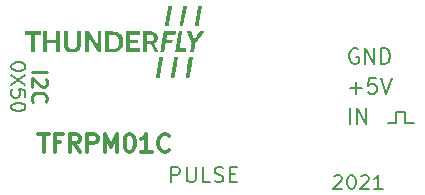
<source format=gbr>
G04 #@! TF.GenerationSoftware,KiCad,Pcbnew,(5.99.0-9154-g0d2ee266a1)*
G04 #@! TF.CreationDate,2021-02-19T12:57:40+01:00*
G04 #@! TF.ProjectId,TFRPM01C,54465250-4d30-4314-932e-6b696361645f,REV*
G04 #@! TF.SameCoordinates,PX78dfd90PY8290510*
G04 #@! TF.FileFunction,Legend,Top*
G04 #@! TF.FilePolarity,Positive*
%FSLAX46Y46*%
G04 Gerber Fmt 4.6, Leading zero omitted, Abs format (unit mm)*
G04 Created by KiCad (PCBNEW (5.99.0-9154-g0d2ee266a1)) date 2021-02-19 12:57:40*
%MOMM*%
%LPD*%
G01*
G04 APERTURE LIST*
%ADD10C,0.150000*%
%ADD11C,0.200000*%
%ADD12C,0.300000*%
%ADD13C,0.250000*%
G04 APERTURE END LIST*
D10*
X17526000Y1524000D02*
X17526000Y2413000D01*
X18288000Y2413000D02*
X18288000Y1524000D01*
X16891000Y1524000D02*
X17526000Y1524000D01*
X18288000Y1524000D02*
X19050000Y1524000D01*
X17526000Y2413000D02*
X18288000Y2413000D01*
D11*
X13647523Y4479143D02*
X14638000Y4479143D01*
X14142761Y3983905D02*
X14142761Y4974381D01*
X15876095Y5283905D02*
X15257047Y5283905D01*
X15195142Y4664858D01*
X15257047Y4726762D01*
X15380857Y4788667D01*
X15690380Y4788667D01*
X15814190Y4726762D01*
X15876095Y4664858D01*
X15938000Y4541048D01*
X15938000Y4231524D01*
X15876095Y4107715D01*
X15814190Y4045810D01*
X15690380Y3983905D01*
X15380857Y3983905D01*
X15257047Y4045810D01*
X15195142Y4107715D01*
X16309428Y5283905D02*
X16742761Y3983905D01*
X17176095Y5283905D01*
D12*
X-12719143Y567429D02*
X-11862000Y567429D01*
X-12290572Y-932571D02*
X-12290572Y567429D01*
X-10862000Y-146857D02*
X-11362000Y-146857D01*
X-11362000Y-932571D02*
X-11362000Y567429D01*
X-10647715Y567429D01*
X-9219143Y-932571D02*
X-9719143Y-218285D01*
X-10076286Y-932571D02*
X-10076286Y567429D01*
X-9504858Y567429D01*
X-9362000Y496000D01*
X-9290572Y424572D01*
X-9219143Y281715D01*
X-9219143Y67429D01*
X-9290572Y-75428D01*
X-9362000Y-146857D01*
X-9504858Y-218285D01*
X-10076286Y-218285D01*
X-8576286Y-932571D02*
X-8576286Y567429D01*
X-8004858Y567429D01*
X-7862000Y496000D01*
X-7790572Y424572D01*
X-7719143Y281715D01*
X-7719143Y67429D01*
X-7790572Y-75428D01*
X-7862000Y-146857D01*
X-8004858Y-218285D01*
X-8576286Y-218285D01*
X-7076286Y-932571D02*
X-7076286Y567429D01*
X-6576286Y-504000D01*
X-6076286Y567429D01*
X-6076286Y-932571D01*
X-5076286Y567429D02*
X-4933429Y567429D01*
X-4790572Y496000D01*
X-4719143Y424572D01*
X-4647715Y281715D01*
X-4576286Y-4000D01*
X-4576286Y-361142D01*
X-4647715Y-646857D01*
X-4719143Y-789714D01*
X-4790572Y-861142D01*
X-4933429Y-932571D01*
X-5076286Y-932571D01*
X-5219143Y-861142D01*
X-5290572Y-789714D01*
X-5362000Y-646857D01*
X-5433429Y-361142D01*
X-5433429Y-4000D01*
X-5362000Y281715D01*
X-5290572Y424572D01*
X-5219143Y496000D01*
X-5076286Y567429D01*
X-3147715Y-932571D02*
X-4004858Y-932571D01*
X-3576286Y-932571D02*
X-3576286Y567429D01*
X-3719143Y353143D01*
X-3862000Y210286D01*
X-4004858Y138858D01*
X-1647715Y-789714D02*
X-1719143Y-861142D01*
X-1933429Y-932571D01*
X-2076286Y-932571D01*
X-2290572Y-861142D01*
X-2433429Y-718285D01*
X-2504858Y-575428D01*
X-2576286Y-289714D01*
X-2576286Y-75428D01*
X-2504858Y210286D01*
X-2433429Y353143D01*
X-2290572Y496000D01*
X-2076286Y567429D01*
X-1933429Y567429D01*
X-1719143Y496000D01*
X-1647715Y424572D01*
D11*
X14328476Y7762000D02*
X14204666Y7823905D01*
X14018952Y7823905D01*
X13833238Y7762000D01*
X13709428Y7638191D01*
X13647523Y7514381D01*
X13585619Y7266762D01*
X13585619Y7081048D01*
X13647523Y6833429D01*
X13709428Y6709620D01*
X13833238Y6585810D01*
X14018952Y6523905D01*
X14142761Y6523905D01*
X14328476Y6585810D01*
X14390380Y6647715D01*
X14390380Y7081048D01*
X14142761Y7081048D01*
X14947523Y6523905D02*
X14947523Y7823905D01*
X15690380Y6523905D01*
X15690380Y7823905D01*
X16309428Y6523905D02*
X16309428Y7823905D01*
X16618952Y7823905D01*
X16804666Y7762000D01*
X16928476Y7638191D01*
X16990380Y7514381D01*
X17052285Y7266762D01*
X17052285Y7081048D01*
X16990380Y6833429D01*
X16928476Y6709620D01*
X16804666Y6585810D01*
X16618952Y6523905D01*
X16309428Y6523905D01*
X12293857Y-3013142D02*
X12351000Y-2956000D01*
X12465285Y-2898857D01*
X12751000Y-2898857D01*
X12865285Y-2956000D01*
X12922428Y-3013142D01*
X12979571Y-3127428D01*
X12979571Y-3241714D01*
X12922428Y-3413142D01*
X12236714Y-4098857D01*
X12979571Y-4098857D01*
X13722428Y-2898857D02*
X13836714Y-2898857D01*
X13951000Y-2956000D01*
X14008142Y-3013142D01*
X14065285Y-3127428D01*
X14122428Y-3356000D01*
X14122428Y-3641714D01*
X14065285Y-3870285D01*
X14008142Y-3984571D01*
X13951000Y-4041714D01*
X13836714Y-4098857D01*
X13722428Y-4098857D01*
X13608142Y-4041714D01*
X13551000Y-3984571D01*
X13493857Y-3870285D01*
X13436714Y-3641714D01*
X13436714Y-3356000D01*
X13493857Y-3127428D01*
X13551000Y-3013142D01*
X13608142Y-2956000D01*
X13722428Y-2898857D01*
X14579571Y-3013142D02*
X14636714Y-2956000D01*
X14751000Y-2898857D01*
X15036714Y-2898857D01*
X15151000Y-2956000D01*
X15208142Y-3013142D01*
X15265285Y-3127428D01*
X15265285Y-3241714D01*
X15208142Y-3413142D01*
X14522428Y-4098857D01*
X15265285Y-4098857D01*
X16408142Y-4098857D02*
X15722428Y-4098857D01*
X16065285Y-4098857D02*
X16065285Y-2898857D01*
X15951000Y-3070285D01*
X15836714Y-3184571D01*
X15722428Y-3241714D01*
X13647523Y1443905D02*
X13647523Y2743905D01*
X14266571Y1443905D02*
X14266571Y2743905D01*
X15009428Y1443905D01*
X15009428Y2743905D01*
D13*
X-13288096Y5792239D02*
X-11988096Y5792239D01*
X-12111905Y5256524D02*
X-12050000Y5197000D01*
X-11988096Y5077953D01*
X-11988096Y4780334D01*
X-12050000Y4661286D01*
X-12111905Y4601762D01*
X-12235715Y4542239D01*
X-12359524Y4542239D01*
X-12545239Y4601762D01*
X-13288096Y5316048D01*
X-13288096Y4542239D01*
X-13164286Y3292239D02*
X-13226191Y3351762D01*
X-13288096Y3530334D01*
X-13288096Y3649381D01*
X-13226191Y3827953D01*
X-13102381Y3947000D01*
X-12978572Y4006524D01*
X-12730953Y4066048D01*
X-12545239Y4066048D01*
X-12297620Y4006524D01*
X-12173810Y3947000D01*
X-12050000Y3827953D01*
X-11988096Y3649381D01*
X-11988096Y3530334D01*
X-12050000Y3351762D01*
X-12111905Y3292239D01*
D11*
X-1465477Y-3509095D02*
X-1465477Y-2209095D01*
X-970239Y-2209095D01*
X-846429Y-2271000D01*
X-784524Y-2332904D01*
X-722620Y-2456714D01*
X-722620Y-2642428D01*
X-784524Y-2766238D01*
X-846429Y-2828142D01*
X-970239Y-2890047D01*
X-1465477Y-2890047D01*
X-165477Y-2209095D02*
X-165477Y-3261476D01*
X-103572Y-3385285D01*
X-41667Y-3447190D01*
X82142Y-3509095D01*
X329761Y-3509095D01*
X453571Y-3447190D01*
X515476Y-3385285D01*
X577380Y-3261476D01*
X577380Y-2209095D01*
X1815476Y-3509095D02*
X1196428Y-3509095D01*
X1196428Y-2209095D01*
X2186904Y-3447190D02*
X2372619Y-3509095D01*
X2682142Y-3509095D01*
X2805952Y-3447190D01*
X2867857Y-3385285D01*
X2929761Y-3261476D01*
X2929761Y-3137666D01*
X2867857Y-3013857D01*
X2805952Y-2951952D01*
X2682142Y-2890047D01*
X2434523Y-2828142D01*
X2310714Y-2766238D01*
X2248809Y-2704333D01*
X2186904Y-2580523D01*
X2186904Y-2456714D01*
X2248809Y-2332904D01*
X2310714Y-2271000D01*
X2434523Y-2209095D01*
X2744047Y-2209095D01*
X2929761Y-2271000D01*
X3486904Y-2828142D02*
X3920238Y-2828142D01*
X4105952Y-3509095D02*
X3486904Y-3509095D01*
X3486904Y-2209095D01*
X4105952Y-2209095D01*
X-13820858Y6343429D02*
X-13820858Y6229143D01*
X-13878000Y6114858D01*
X-13935143Y6057715D01*
X-14049429Y6000572D01*
X-14278000Y5943429D01*
X-14563715Y5943429D01*
X-14792286Y6000572D01*
X-14906572Y6057715D01*
X-14963715Y6114858D01*
X-15020858Y6229143D01*
X-15020858Y6343429D01*
X-14963715Y6457715D01*
X-14906572Y6514858D01*
X-14792286Y6572000D01*
X-14563715Y6629143D01*
X-14278000Y6629143D01*
X-14049429Y6572000D01*
X-13935143Y6514858D01*
X-13878000Y6457715D01*
X-13820858Y6343429D01*
X-13820858Y5543429D02*
X-15020858Y4743429D01*
X-13820858Y4743429D02*
X-15020858Y5543429D01*
X-13820858Y3714858D02*
X-13820858Y4286286D01*
X-14392286Y4343429D01*
X-14335143Y4286286D01*
X-14278000Y4172000D01*
X-14278000Y3886286D01*
X-14335143Y3772000D01*
X-14392286Y3714858D01*
X-14506572Y3657715D01*
X-14792286Y3657715D01*
X-14906572Y3714858D01*
X-14963715Y3772000D01*
X-15020858Y3886286D01*
X-15020858Y4172000D01*
X-14963715Y4286286D01*
X-14906572Y4343429D01*
X-13820858Y2914858D02*
X-13820858Y2800572D01*
X-13878000Y2686286D01*
X-13935143Y2629143D01*
X-14049429Y2572000D01*
X-14278000Y2514858D01*
X-14563715Y2514858D01*
X-14792286Y2572000D01*
X-14906572Y2629143D01*
X-14963715Y2686286D01*
X-15020858Y2800572D01*
X-15020858Y2914858D01*
X-14963715Y3029143D01*
X-14906572Y3086286D01*
X-14792286Y3143429D01*
X-14563715Y3200572D01*
X-14278000Y3200572D01*
X-14049429Y3143429D01*
X-13935143Y3086286D01*
X-13878000Y3029143D01*
X-13820858Y2914858D01*
G04 #@! TO.C,G\u002A\u002A\u002A*
G36*
X1017847Y11436340D02*
G01*
X1065530Y11435511D01*
X1100481Y11434269D01*
X1118795Y11432725D01*
X1120588Y11432036D01*
X1118720Y11420257D01*
X1113351Y11388695D01*
X1104836Y11339361D01*
X1093529Y11274268D01*
X1079784Y11195430D01*
X1063955Y11104858D01*
X1046396Y11004566D01*
X1027461Y10896567D01*
X1007504Y10782873D01*
X986880Y10665497D01*
X965943Y10546451D01*
X945045Y10427749D01*
X924543Y10311404D01*
X904790Y10199427D01*
X886139Y10093832D01*
X868945Y9996632D01*
X853562Y9909839D01*
X840345Y9835466D01*
X829647Y9775526D01*
X821822Y9732032D01*
X817225Y9706995D01*
X816196Y9701804D01*
X813085Y9692070D01*
X806833Y9685274D01*
X793942Y9680887D01*
X770917Y9678384D01*
X734262Y9677236D01*
X680480Y9676916D01*
X651043Y9676902D01*
X588668Y9677103D01*
X545214Y9677974D01*
X517466Y9679917D01*
X502212Y9683334D01*
X496238Y9688628D01*
X496331Y9696202D01*
X496347Y9696270D01*
X498942Y9710056D01*
X505037Y9743915D01*
X514328Y9796117D01*
X526509Y9864930D01*
X541275Y9948622D01*
X558322Y10045463D01*
X577343Y10153721D01*
X598035Y10271664D01*
X620091Y10397560D01*
X643208Y10529679D01*
X645042Y10540170D01*
X668303Y10673207D01*
X690571Y10800533D01*
X711532Y10920373D01*
X730878Y11030948D01*
X748295Y11130481D01*
X763474Y11217195D01*
X776103Y11289313D01*
X785872Y11345056D01*
X792468Y11382648D01*
X795582Y11400311D01*
X795646Y11400671D01*
X802093Y11436641D01*
X961340Y11436641D01*
X1017847Y11436340D01*
G37*
G36*
X-12525687Y8946445D02*
G01*
X-13023726Y8946445D01*
X-13023726Y7507665D01*
X-13344685Y7507665D01*
X-13344685Y8946445D01*
X-13842724Y8946445D01*
X-13842724Y9256336D01*
X-12525687Y9256336D01*
X-12525687Y8946445D01*
G37*
G36*
X-2257167Y7086516D02*
G01*
X-2210165Y7084701D01*
X-2181084Y7081451D01*
X-2167830Y7076592D01*
X-2166471Y7073797D01*
X-2168345Y7061037D01*
X-2173770Y7028164D01*
X-2182457Y6976867D01*
X-2194112Y6908831D01*
X-2208444Y6825745D01*
X-2225161Y6729293D01*
X-2243971Y6621164D01*
X-2264582Y6503045D01*
X-2286702Y6376621D01*
X-2310040Y6243580D01*
X-2315883Y6210322D01*
X-2339466Y6075995D01*
X-2361904Y5947927D01*
X-2382904Y5827799D01*
X-2402176Y5717291D01*
X-2419428Y5618084D01*
X-2434368Y5531859D01*
X-2446705Y5460295D01*
X-2456146Y5405074D01*
X-2462401Y5367875D01*
X-2465178Y5350380D01*
X-2465295Y5349287D01*
X-2475957Y5344945D01*
X-2506356Y5341584D01*
X-2554108Y5339363D01*
X-2616830Y5338443D01*
X-2627157Y5338427D01*
X-2789020Y5338427D01*
X-2783274Y5368863D01*
X-2780486Y5384407D01*
X-2774186Y5420015D01*
X-2764680Y5473948D01*
X-2752275Y5544465D01*
X-2737274Y5629827D01*
X-2719985Y5728294D01*
X-2700712Y5838128D01*
X-2679761Y5957587D01*
X-2657438Y6084933D01*
X-2634047Y6218426D01*
X-2629712Y6243174D01*
X-2481896Y7087050D01*
X-2324183Y7087074D01*
X-2257167Y7086516D01*
G37*
G36*
X-8094355Y8694658D02*
G01*
X-7722448Y8132981D01*
X-7722412Y8694658D01*
X-7722375Y9256336D01*
X-7401417Y9256336D01*
X-7401417Y7507665D01*
X-7663448Y7507665D01*
X-8463876Y8708493D01*
X-8463900Y7507665D01*
X-8784859Y7507665D01*
X-8784859Y9256336D01*
X-8466262Y9256336D01*
X-8094355Y8694658D01*
G37*
G36*
X-1408186Y11411739D02*
G01*
X-1410985Y11397047D01*
X-1417278Y11362295D01*
X-1426756Y11309231D01*
X-1439111Y11239601D01*
X-1454035Y11155153D01*
X-1471220Y11057632D01*
X-1490358Y10948786D01*
X-1511140Y10830362D01*
X-1533258Y10704106D01*
X-1556404Y10571765D01*
X-1558057Y10562305D01*
X-1581285Y10429436D01*
X-1603514Y10302402D01*
X-1624434Y10182967D01*
X-1643736Y10072893D01*
X-1661110Y9973941D01*
X-1676247Y9887874D01*
X-1688837Y9816453D01*
X-1698569Y9761442D01*
X-1705135Y9724601D01*
X-1708225Y9707693D01*
X-1708296Y9707338D01*
X-1714461Y9676902D01*
X-2036060Y9676902D01*
X-2030060Y9701804D01*
X-2027211Y9716562D01*
X-2020876Y9751346D01*
X-2011368Y9804378D01*
X-1999002Y9873878D01*
X-1984093Y9958067D01*
X-1966956Y10055165D01*
X-1947904Y10163394D01*
X-1927253Y10280974D01*
X-1905317Y10406125D01*
X-1884770Y10523569D01*
X-1861767Y10655055D01*
X-1839632Y10781354D01*
X-1818697Y10900588D01*
X-1799294Y11010882D01*
X-1781754Y11110356D01*
X-1766407Y11197134D01*
X-1753587Y11269338D01*
X-1743624Y11325091D01*
X-1736849Y11362516D01*
X-1733841Y11378536D01*
X-1722200Y11436641D01*
X-1402389Y11436641D01*
X-1408186Y11411739D01*
G37*
G36*
X-12027648Y8570148D02*
G01*
X-11219717Y8570148D01*
X-11219717Y9256336D01*
X-10898759Y9256336D01*
X-10898759Y7507665D01*
X-11219717Y7507665D01*
X-11219717Y8260257D01*
X-12027648Y8260257D01*
X-12027648Y7507665D01*
X-12348606Y7507665D01*
X-12348606Y9256336D01*
X-12027648Y9256336D01*
X-12027648Y8570148D01*
G37*
G36*
X-4147560Y8946445D02*
G01*
X-4944423Y8946445D01*
X-4944423Y8570148D01*
X-4335709Y8570148D01*
X-4335709Y8260257D01*
X-4944423Y8260257D01*
X-4944423Y7817556D01*
X-4125425Y7817556D01*
X-4125425Y7507665D01*
X-5276449Y7507665D01*
X-5276449Y9256336D01*
X-4147560Y9256336D01*
X-4147560Y8946445D01*
G37*
G36*
X-154235Y11406205D02*
G01*
X-156835Y11390677D01*
X-162959Y11355080D01*
X-172303Y11301148D01*
X-184566Y11230613D01*
X-199446Y11145209D01*
X-216639Y11046670D01*
X-235845Y10936728D01*
X-256760Y10817117D01*
X-279082Y10689569D01*
X-302510Y10555819D01*
X-307670Y10526375D01*
X-456536Y9676982D01*
X-614249Y9676942D01*
X-678938Y9677362D01*
X-724279Y9678833D01*
X-753043Y9681610D01*
X-768005Y9685950D01*
X-771961Y9691553D01*
X-770085Y9704820D01*
X-764693Y9737845D01*
X-756143Y9788599D01*
X-744791Y9855050D01*
X-730993Y9935168D01*
X-715107Y10026924D01*
X-697489Y10128288D01*
X-678496Y10237228D01*
X-658483Y10351714D01*
X-637809Y10469718D01*
X-616829Y10589208D01*
X-595901Y10708153D01*
X-575380Y10824525D01*
X-555624Y10936293D01*
X-536989Y11041426D01*
X-519831Y11137894D01*
X-504508Y11223667D01*
X-491376Y11296715D01*
X-480791Y11355008D01*
X-473111Y11396516D01*
X-468692Y11419208D01*
X-467839Y11422806D01*
X-458977Y11428730D01*
X-435907Y11432862D01*
X-396329Y11435397D01*
X-337943Y11436533D01*
X-306216Y11436641D01*
X-149667Y11436641D01*
X-154235Y11406205D01*
G37*
G36*
X-908374Y7062196D02*
G01*
X-911205Y7047517D01*
X-917533Y7012773D01*
X-927048Y6959703D01*
X-939445Y6890050D01*
X-954414Y6805552D01*
X-971649Y6707951D01*
X-990842Y6598988D01*
X-1011684Y6480401D01*
X-1033868Y6353933D01*
X-1057086Y6221324D01*
X-1059552Y6207229D01*
X-1082840Y6074246D01*
X-1105120Y5947349D01*
X-1126087Y5828262D01*
X-1145433Y5718711D01*
X-1162851Y5620421D01*
X-1178037Y5535118D01*
X-1190682Y5464527D01*
X-1200481Y5410374D01*
X-1207127Y5374384D01*
X-1210313Y5358283D01*
X-1210440Y5357795D01*
X-1214780Y5350139D01*
X-1224806Y5344794D01*
X-1243949Y5341354D01*
X-1275638Y5339417D01*
X-1323304Y5338579D01*
X-1374852Y5338427D01*
X-1437105Y5338629D01*
X-1480443Y5339504D01*
X-1508084Y5341457D01*
X-1523246Y5344891D01*
X-1529147Y5350212D01*
X-1529013Y5357795D01*
X-1526420Y5371581D01*
X-1520328Y5405441D01*
X-1511044Y5457644D01*
X-1498871Y5526458D01*
X-1484114Y5610152D01*
X-1467079Y5706995D01*
X-1448071Y5815254D01*
X-1427394Y5933199D01*
X-1405352Y6059098D01*
X-1382252Y6191219D01*
X-1380422Y6201695D01*
X-1357196Y6334565D01*
X-1334969Y6461599D01*
X-1314050Y6581034D01*
X-1294747Y6691109D01*
X-1277372Y6790061D01*
X-1262234Y6876128D01*
X-1249642Y6947548D01*
X-1239905Y7002560D01*
X-1233335Y7039400D01*
X-1230240Y7056307D01*
X-1230169Y7056663D01*
X-1223972Y7087098D01*
X-902372Y7087098D01*
X-908374Y7062196D01*
G37*
G36*
X-3490812Y9256336D02*
G01*
X-3386979Y9256238D01*
X-3302539Y9255856D01*
X-3234750Y9255061D01*
X-3180872Y9253721D01*
X-3138161Y9251705D01*
X-3103877Y9248883D01*
X-3075278Y9245124D01*
X-3049622Y9240296D01*
X-3024168Y9234270D01*
X-3023209Y9234026D01*
X-2914697Y9197603D01*
X-2823996Y9148064D01*
X-2750939Y9085196D01*
X-2695362Y9008787D01*
X-2657100Y8918622D01*
X-2635987Y8814489D01*
X-2631308Y8727810D01*
X-2639336Y8616385D01*
X-2663910Y8518932D01*
X-2705765Y8433931D01*
X-2765637Y8359865D01*
X-2838803Y8298994D01*
X-2874369Y8273265D01*
X-2901784Y8251870D01*
X-2916831Y8238166D01*
X-2918445Y8235551D01*
X-2913556Y8224451D01*
X-2899544Y8196506D01*
X-2877805Y8154350D01*
X-2849737Y8100612D01*
X-2816735Y8037926D01*
X-2780197Y7968923D01*
X-2741519Y7896234D01*
X-2702097Y7822491D01*
X-2663327Y7750327D01*
X-2626607Y7682372D01*
X-2593333Y7621258D01*
X-2568902Y7576837D01*
X-2530616Y7507665D01*
X-2711006Y7507898D01*
X-2891395Y7508132D01*
X-3059197Y7831624D01*
X-3226998Y8155116D01*
X-3388456Y8158178D01*
X-3549913Y8161241D01*
X-3549913Y7507665D01*
X-3870872Y7507665D01*
X-3870872Y8992905D01*
X-3549913Y8992905D01*
X-3549913Y8424039D01*
X-3364532Y8427921D01*
X-3295995Y8429503D01*
X-3245296Y8431366D01*
X-3208144Y8434143D01*
X-3180245Y8438469D01*
X-3157305Y8444977D01*
X-3135032Y8454299D01*
X-3113226Y8465007D01*
X-3049735Y8505584D01*
X-3005409Y8554745D01*
X-2978091Y8615129D01*
X-2972628Y8637067D01*
X-2964174Y8719933D01*
X-2973988Y8795511D01*
X-3001076Y8861407D01*
X-3044446Y8915227D01*
X-3103103Y8954578D01*
X-3104649Y8955305D01*
X-3129185Y8966166D01*
X-3151971Y8974106D01*
X-3177220Y8979682D01*
X-3209149Y8983450D01*
X-3251971Y8985968D01*
X-3309903Y8987792D01*
X-3358998Y8988897D01*
X-3549913Y8992905D01*
X-3870872Y8992905D01*
X-3870872Y9256336D01*
X-3490812Y9256336D01*
G37*
G36*
X-1483541Y9256139D02*
G01*
X-1385969Y9255653D01*
X-1297643Y9254881D01*
X-1220732Y9253857D01*
X-1157404Y9252616D01*
X-1109828Y9251193D01*
X-1080172Y9249622D01*
X-1070572Y9248035D01*
X-1072252Y9234606D01*
X-1077004Y9203654D01*
X-1084145Y9159470D01*
X-1092991Y9106344D01*
X-1095207Y9093238D01*
X-1120055Y8946741D01*
X-1479431Y8943826D01*
X-1838806Y8940911D01*
X-1869293Y8774898D01*
X-1879980Y8715654D01*
X-1889104Y8663098D01*
X-1895940Y8621558D01*
X-1899763Y8595366D01*
X-1900314Y8589517D01*
X-1899106Y8583539D01*
X-1893428Y8578930D01*
X-1880761Y8575513D01*
X-1858586Y8573113D01*
X-1824381Y8571553D01*
X-1775627Y8570656D01*
X-1709804Y8570247D01*
X-1624392Y8570148D01*
X-1623416Y8570148D01*
X-1537926Y8570060D01*
X-1472098Y8569677D01*
X-1423457Y8568823D01*
X-1389531Y8567323D01*
X-1367846Y8564998D01*
X-1355928Y8561675D01*
X-1351304Y8557175D01*
X-1351500Y8551324D01*
X-1351653Y8550780D01*
X-1355339Y8534126D01*
X-1361686Y8501606D01*
X-1369748Y8458470D01*
X-1378583Y8409969D01*
X-1387245Y8361353D01*
X-1394791Y8317873D01*
X-1400276Y8284780D01*
X-1402756Y8267322D01*
X-1402811Y8266311D01*
X-1413387Y8264663D01*
X-1443149Y8263185D01*
X-1489148Y8261940D01*
X-1548437Y8260992D01*
X-1618065Y8260406D01*
X-1682266Y8260240D01*
X-1961722Y8260222D01*
X-2004294Y8013987D01*
X-2018340Y7932819D01*
X-2032739Y7849754D01*
X-2046505Y7770456D01*
X-2058657Y7700586D01*
X-2068212Y7645808D01*
X-2069628Y7637708D01*
X-2092391Y7507665D01*
X-2252464Y7507665D01*
X-2314843Y7507753D01*
X-2358349Y7508365D01*
X-2386246Y7510024D01*
X-2401796Y7513253D01*
X-2408261Y7518575D01*
X-2408904Y7526512D01*
X-2407887Y7532567D01*
X-2405278Y7547201D01*
X-2399151Y7581920D01*
X-2389810Y7635005D01*
X-2377556Y7704737D01*
X-2362690Y7789397D01*
X-2345514Y7887267D01*
X-2326330Y7996628D01*
X-2305439Y8115761D01*
X-2283144Y8242948D01*
X-2259745Y8376469D01*
X-2254418Y8406871D01*
X-2105600Y9256274D01*
X-1588192Y9256305D01*
X-1483541Y9256139D01*
G37*
G36*
X305090Y7085557D02*
G01*
X332911Y7084069D01*
X348602Y7080825D01*
X355494Y7075483D01*
X356928Y7068483D01*
X355049Y7054768D01*
X349609Y7020959D01*
X340901Y6968760D01*
X329218Y6899874D01*
X314852Y6816004D01*
X298097Y6718852D01*
X279245Y6610124D01*
X258591Y6491520D01*
X236426Y6364746D01*
X213044Y6231504D01*
X207516Y6200069D01*
X183933Y6065959D01*
X161496Y5938210D01*
X140496Y5818492D01*
X121224Y5708475D01*
X103973Y5609827D01*
X89033Y5524218D01*
X76696Y5453318D01*
X67254Y5398796D01*
X60998Y5362321D01*
X58221Y5345564D01*
X58104Y5344653D01*
X47686Y5342452D01*
X19024Y5340592D01*
X-23991Y5339226D01*
X-77466Y5338503D01*
X-102375Y5338427D01*
X-159059Y5338966D01*
X-206879Y5340447D01*
X-241963Y5342671D01*
X-260438Y5345435D01*
X-262312Y5346728D01*
X-260350Y5358676D01*
X-254832Y5390762D01*
X-246048Y5441324D01*
X-234291Y5508703D01*
X-219849Y5591238D01*
X-203016Y5687267D01*
X-184080Y5795130D01*
X-163334Y5913167D01*
X-141069Y6039717D01*
X-117575Y6173119D01*
X-109613Y6218297D01*
X42543Y7081565D01*
X199735Y7084635D01*
X261809Y7085632D01*
X305090Y7085557D01*
G37*
G36*
X1219715Y9255666D02*
G01*
X1267714Y9254308D01*
X1297752Y9251734D01*
X1311905Y9247782D01*
X1313116Y9243401D01*
X1304986Y9232412D01*
X1284568Y9205597D01*
X1253143Y9164618D01*
X1211992Y9111138D01*
X1162396Y9046819D01*
X1105636Y8973322D01*
X1042994Y8892312D01*
X975751Y8805449D01*
X943507Y8763830D01*
X874641Y8674926D01*
X809835Y8591190D01*
X750364Y8514273D01*
X697499Y8445826D01*
X652515Y8387497D01*
X616684Y8340938D01*
X591280Y8307799D01*
X577575Y8289729D01*
X575542Y8286918D01*
X572617Y8274776D01*
X566377Y8243877D01*
X557376Y8197255D01*
X546166Y8137947D01*
X533303Y8068988D01*
X519340Y7993416D01*
X504832Y7914265D01*
X490331Y7834573D01*
X476392Y7757374D01*
X463570Y7685705D01*
X452417Y7622602D01*
X443489Y7571101D01*
X437338Y7534238D01*
X434520Y7515049D01*
X434400Y7513390D01*
X423981Y7511367D01*
X395316Y7509658D01*
X352294Y7508401D01*
X298803Y7507735D01*
X273710Y7507665D01*
X113020Y7507665D01*
X118809Y7532567D01*
X122885Y7552884D01*
X129896Y7590845D01*
X139301Y7643295D01*
X150558Y7707077D01*
X163124Y7779035D01*
X176458Y7856014D01*
X190019Y7934858D01*
X203264Y8012411D01*
X215651Y8085516D01*
X226639Y8151018D01*
X235685Y8205760D01*
X242249Y8246588D01*
X245787Y8270344D01*
X246252Y8274828D01*
X242071Y8288177D01*
X230100Y8319780D01*
X211204Y8367515D01*
X186243Y8429263D01*
X156082Y8502901D01*
X121581Y8586310D01*
X83603Y8677368D01*
X51201Y8754525D01*
X10896Y8850355D01*
X-26839Y8940344D01*
X-61113Y9022349D01*
X-91038Y9094231D01*
X-115723Y9153846D01*
X-134278Y9199055D01*
X-145813Y9227715D01*
X-149382Y9237263D01*
X-150081Y9244745D01*
X-145181Y9249943D01*
X-131562Y9253173D01*
X-106101Y9254755D01*
X-65676Y9255003D01*
X-7166Y9254237D01*
X13967Y9253865D01*
X182848Y9250802D01*
X321106Y8910475D01*
X354342Y8829196D01*
X385150Y8754870D01*
X412509Y8689887D01*
X435394Y8636636D01*
X452784Y8597505D01*
X463655Y8574883D01*
X466817Y8570148D01*
X474841Y8578740D01*
X494521Y8603233D01*
X524389Y8641702D01*
X562977Y8692224D01*
X608817Y8752875D01*
X660442Y8821729D01*
X716383Y8896863D01*
X728257Y8912875D01*
X982244Y9255601D01*
X1151677Y9255968D01*
X1219715Y9255666D01*
G37*
G36*
X-10243305Y8678057D02*
G01*
X-10242452Y8549914D01*
X-10241629Y8441906D01*
X-10240749Y8352034D01*
X-10239724Y8278297D01*
X-10238468Y8218696D01*
X-10236895Y8171231D01*
X-10234918Y8133903D01*
X-10232450Y8104712D01*
X-10229405Y8081658D01*
X-10225695Y8062741D01*
X-10221235Y8045961D01*
X-10215938Y8029320D01*
X-10215084Y8026767D01*
X-10177138Y7942875D01*
X-10125394Y7876287D01*
X-10059871Y7827013D01*
X-9980590Y7795065D01*
X-9887569Y7780452D01*
X-9780829Y7783186D01*
X-9773209Y7783987D01*
X-9685373Y7801950D01*
X-9612008Y7835395D01*
X-9552473Y7885034D01*
X-9506126Y7951578D01*
X-9472327Y8035739D01*
X-9450434Y8138228D01*
X-9449757Y8143004D01*
X-9446934Y8175035D01*
X-9444417Y8227162D01*
X-9442248Y8297348D01*
X-9440467Y8383555D01*
X-9439113Y8483745D01*
X-9438229Y8595882D01*
X-9437854Y8717928D01*
X-9437844Y8742496D01*
X-9437844Y9256336D01*
X-9116885Y9256336D01*
X-9116885Y8714827D01*
X-9117031Y8575910D01*
X-9117560Y8457000D01*
X-9118611Y8355968D01*
X-9120319Y8270686D01*
X-9122822Y8199029D01*
X-9126258Y8138867D01*
X-9130763Y8088073D01*
X-9136475Y8044520D01*
X-9143532Y8006080D01*
X-9152069Y7970625D01*
X-9162225Y7936029D01*
X-9168325Y7917270D01*
X-9216194Y7803816D01*
X-9278630Y7706998D01*
X-9355851Y7626595D01*
X-9448074Y7562391D01*
X-9555516Y7514168D01*
X-9576188Y7507264D01*
X-9636782Y7493142D01*
X-9712571Y7483227D01*
X-9796984Y7477682D01*
X-9883452Y7476672D01*
X-9965406Y7480358D01*
X-10036278Y7488906D01*
X-10065592Y7495076D01*
X-10180570Y7534154D01*
X-10280745Y7589403D01*
X-10366448Y7661155D01*
X-10438010Y7749738D01*
X-10495765Y7855482D01*
X-10535013Y7961615D01*
X-10540461Y7980105D01*
X-10545074Y7998043D01*
X-10548936Y8017399D01*
X-10552130Y8040145D01*
X-10554739Y8068251D01*
X-10556845Y8103688D01*
X-10558532Y8148428D01*
X-10559884Y8204441D01*
X-10560982Y8273699D01*
X-10561910Y8358171D01*
X-10562752Y8459829D01*
X-10563590Y8580645D01*
X-10564043Y8650388D01*
X-10567944Y9256336D01*
X-10247035Y9256336D01*
X-10243305Y8678057D01*
G37*
G36*
X-705770Y9254207D02*
G01*
X-687218Y9253882D01*
X-533007Y9250802D01*
X-651446Y8575682D01*
X-672586Y8455128D01*
X-692733Y8340137D01*
X-711535Y8232718D01*
X-728643Y8134880D01*
X-743705Y8048633D01*
X-756370Y7975986D01*
X-766288Y7918949D01*
X-773107Y7879532D01*
X-776476Y7859743D01*
X-776587Y7859059D01*
X-783290Y7817556D01*
X-484336Y7817556D01*
X-394756Y7817448D01*
X-324905Y7817028D01*
X-272377Y7816151D01*
X-234766Y7814671D01*
X-209667Y7812443D01*
X-194675Y7809321D01*
X-187383Y7805160D01*
X-185386Y7799815D01*
X-185382Y7799492D01*
X-187233Y7782070D01*
X-192281Y7747737D01*
X-199769Y7701358D01*
X-208937Y7647803D01*
X-209510Y7644547D01*
X-233639Y7507665D01*
X-696482Y7507665D01*
X-795264Y7507729D01*
X-886822Y7507911D01*
X-968868Y7508198D01*
X-1039113Y7508577D01*
X-1095267Y7509033D01*
X-1135042Y7509553D01*
X-1156148Y7510123D01*
X-1158986Y7510432D01*
X-1156096Y7529135D01*
X-1149752Y7566899D01*
X-1140309Y7621724D01*
X-1128127Y7691613D01*
X-1113562Y7774568D01*
X-1096972Y7868590D01*
X-1078714Y7971682D01*
X-1059146Y8081846D01*
X-1038626Y8197084D01*
X-1017510Y8315397D01*
X-996158Y8434787D01*
X-974925Y8553258D01*
X-954169Y8668809D01*
X-934249Y8779445D01*
X-915521Y8883165D01*
X-898343Y8977974D01*
X-883073Y9061871D01*
X-870067Y9132860D01*
X-859685Y9188942D01*
X-852282Y9228120D01*
X-848217Y9248395D01*
X-847573Y9250818D01*
X-834860Y9252831D01*
X-804201Y9254119D01*
X-759777Y9254605D01*
X-705770Y9254207D01*
G37*
G36*
X-6623922Y9253411D02*
G01*
X-6508499Y9252109D01*
X-6412523Y9250660D01*
X-6333305Y9248685D01*
X-6268159Y9245807D01*
X-6214397Y9241646D01*
X-6169331Y9235823D01*
X-6130275Y9227960D01*
X-6094539Y9217679D01*
X-6059438Y9204600D01*
X-6022283Y9188345D01*
X-5980387Y9168536D01*
X-5963384Y9160344D01*
X-5909581Y9132730D01*
X-5866033Y9105515D01*
X-5825204Y9073251D01*
X-5779557Y9030488D01*
X-5768164Y9019174D01*
X-5722349Y8971438D01*
X-5688227Y8930161D01*
X-5660343Y8887803D01*
X-5633244Y8836823D01*
X-5626969Y8823955D01*
X-5596462Y8758234D01*
X-5573649Y8701416D01*
X-5557448Y8648183D01*
X-5546778Y8593218D01*
X-5540559Y8531203D01*
X-5537709Y8456821D01*
X-5537128Y8382000D01*
X-5538018Y8292963D01*
X-5541411Y8220750D01*
X-5548387Y8160094D01*
X-5560028Y8105729D01*
X-5577416Y8052390D01*
X-5601631Y7994811D01*
X-5628048Y7939299D01*
X-5693217Y7831243D01*
X-5775395Y7736348D01*
X-5872666Y7656295D01*
X-5983112Y7592765D01*
X-6057821Y7562254D01*
X-6099748Y7548315D01*
X-6139882Y7536936D01*
X-6181040Y7527864D01*
X-6226044Y7520847D01*
X-6277713Y7515630D01*
X-6338866Y7511962D01*
X-6412324Y7509590D01*
X-6500906Y7508259D01*
X-6607432Y7507718D01*
X-6666399Y7507665D01*
X-7047255Y7507665D01*
X-7047255Y8970101D01*
X-6726297Y8970101D01*
X-6726297Y7793580D01*
X-6233791Y7800954D01*
X-6159631Y7836087D01*
X-6074634Y7887550D01*
X-6005237Y7954130D01*
X-5951322Y8036055D01*
X-5912773Y8133553D01*
X-5889475Y8246851D01*
X-5881312Y8376177D01*
X-5881298Y8382000D01*
X-5888825Y8512009D01*
X-5911480Y8625980D01*
X-5949382Y8724141D01*
X-6002645Y8806720D01*
X-6071386Y8873944D01*
X-6155721Y8926041D01*
X-6159631Y8927913D01*
X-6233791Y8963046D01*
X-6480044Y8966574D01*
X-6726297Y8970101D01*
X-7047255Y8970101D01*
X-7047255Y9257962D01*
X-6623922Y9253411D01*
G37*
G04 #@! TD*
M02*

</source>
